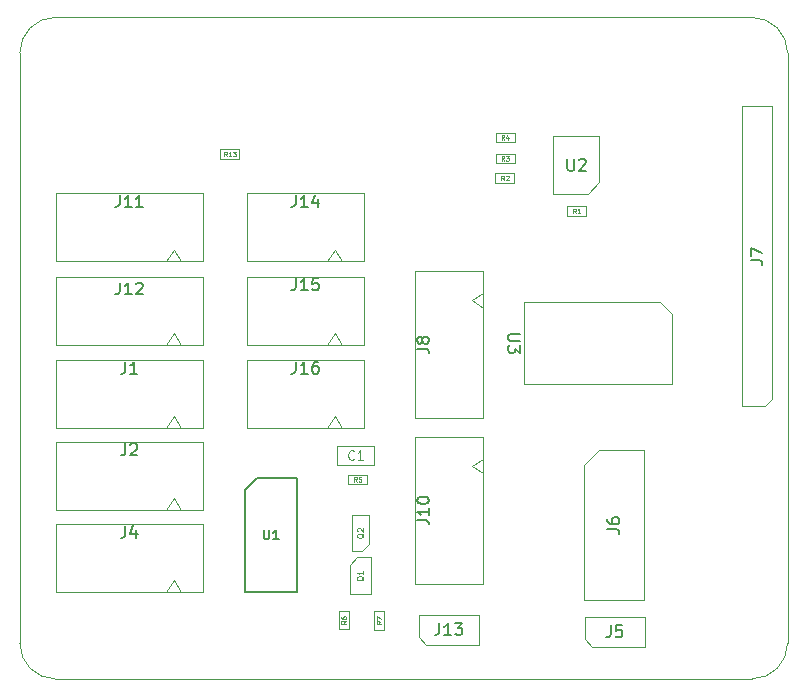
<source format=gbr>
G04 #@! TF.GenerationSoftware,KiCad,Pcbnew,(5.0.1)-3*
G04 #@! TF.CreationDate,2018-11-18T15:33:46-05:00*
G04 #@! TF.ProjectId,reef-piHat,726565662D70694861742E6B69636164,rev?*
G04 #@! TF.SameCoordinates,Original*
G04 #@! TF.FileFunction,Other,Fab,Top*
%FSLAX46Y46*%
G04 Gerber Fmt 4.6, Leading zero omitted, Abs format (unit mm)*
G04 Created by KiCad (PCBNEW (5.0.1)-3) date 11/18/2018 3:33:46 PM*
%MOMM*%
%LPD*%
G01*
G04 APERTURE LIST*
%ADD10C,0.100000*%
%ADD11C,0.150000*%
%ADD12C,0.060000*%
%ADD13C,0.120000*%
%ADD14C,0.075000*%
G04 APERTURE END LIST*
D10*
X78546356Y-63817611D02*
X78546356Y-113817611D01*
X78546356Y-63817611D02*
G75*
G02X81546356Y-60817611I3000000J0D01*
G01*
X140546356Y-60817611D02*
X81546356Y-60817611D01*
X140546356Y-60817611D02*
G75*
G02X143546356Y-63817611I0J-3000000D01*
G01*
X143546356Y-113817611D02*
X143546356Y-63817611D01*
X81546356Y-116817611D02*
G75*
G02X78546356Y-113817611I0J3000000D01*
G01*
X81546356Y-116817611D02*
X140546356Y-116817611D01*
X143546351Y-113822847D02*
G75*
G02X140546356Y-116817611I-2999995J5236D01*
G01*
G04 #@! TO.C,J15*
X105219500Y-87519500D02*
X104594500Y-88519500D01*
X105844500Y-88519500D02*
X105219500Y-87519500D01*
X97769500Y-88519500D02*
X107669500Y-88519500D01*
X97769500Y-82769500D02*
X97769500Y-88519500D01*
X107669500Y-82769500D02*
X97769500Y-82769500D01*
X107669500Y-88519500D02*
X107669500Y-82769500D01*
G04 #@! TO.C,J2*
X94017000Y-102489500D02*
X94017000Y-96739500D01*
X94017000Y-96739500D02*
X81617000Y-96739500D01*
X81617000Y-96739500D02*
X81617000Y-102489500D01*
X81617000Y-102489500D02*
X94017000Y-102489500D01*
X92192000Y-102489500D02*
X91567000Y-101489500D01*
X91567000Y-101489500D02*
X90942000Y-102489500D01*
G04 #@! TO.C,J1*
X91567000Y-94568000D02*
X90942000Y-95568000D01*
X92192000Y-95568000D02*
X91567000Y-94568000D01*
X81617000Y-95568000D02*
X94017000Y-95568000D01*
X81617000Y-89818000D02*
X81617000Y-95568000D01*
X94017000Y-89818000D02*
X81617000Y-89818000D01*
X94017000Y-95568000D02*
X94017000Y-89818000D01*
G04 #@! TO.C,J4*
X94017000Y-109474500D02*
X94017000Y-103724500D01*
X94017000Y-103724500D02*
X81617000Y-103724500D01*
X81617000Y-103724500D02*
X81617000Y-109474500D01*
X81617000Y-109474500D02*
X94017000Y-109474500D01*
X92192000Y-109474500D02*
X91567000Y-108474500D01*
X91567000Y-108474500D02*
X90942000Y-109474500D01*
G04 #@! TO.C,J8*
X117793000Y-82322500D02*
X112043000Y-82322500D01*
X112043000Y-82322500D02*
X112043000Y-94722500D01*
X112043000Y-94722500D02*
X117793000Y-94722500D01*
X117793000Y-94722500D02*
X117793000Y-82322500D01*
X117793000Y-84147500D02*
X116793000Y-84772500D01*
X116793000Y-84772500D02*
X117793000Y-85397500D01*
G04 #@! TO.C,J10*
X116793000Y-98806000D02*
X117793000Y-99431000D01*
X117793000Y-98181000D02*
X116793000Y-98806000D01*
X117793000Y-108756000D02*
X117793000Y-96356000D01*
X112043000Y-108756000D02*
X117793000Y-108756000D01*
X112043000Y-96356000D02*
X112043000Y-108756000D01*
X117793000Y-96356000D02*
X112043000Y-96356000D01*
G04 #@! TO.C,J11*
X94017000Y-81471000D02*
X94017000Y-75721000D01*
X94017000Y-75721000D02*
X81617000Y-75721000D01*
X81617000Y-75721000D02*
X81617000Y-81471000D01*
X81617000Y-81471000D02*
X94017000Y-81471000D01*
X92192000Y-81471000D02*
X91567000Y-80471000D01*
X91567000Y-80471000D02*
X90942000Y-81471000D01*
G04 #@! TO.C,J12*
X91567000Y-87519500D02*
X90942000Y-88519500D01*
X92192000Y-88519500D02*
X91567000Y-87519500D01*
X81617000Y-88519500D02*
X94017000Y-88519500D01*
X81617000Y-82769500D02*
X81617000Y-88519500D01*
X94017000Y-82769500D02*
X81617000Y-82769500D01*
X94017000Y-88519500D02*
X94017000Y-82769500D01*
G04 #@! TO.C,J13*
X112331500Y-113284000D02*
X112331500Y-111379000D01*
X112331500Y-111379000D02*
X117411500Y-111379000D01*
X117411500Y-111379000D02*
X117411500Y-113919000D01*
X117411500Y-113919000D02*
X112966500Y-113919000D01*
X112966500Y-113919000D02*
X112331500Y-113284000D01*
G04 #@! TO.C,J14*
X107669500Y-81471000D02*
X107669500Y-75721000D01*
X107669500Y-75721000D02*
X97769500Y-75721000D01*
X97769500Y-75721000D02*
X97769500Y-81471000D01*
X97769500Y-81471000D02*
X107669500Y-81471000D01*
X105844500Y-81471000D02*
X105219500Y-80471000D01*
X105219500Y-80471000D02*
X104594500Y-81471000D01*
G04 #@! TO.C,J16*
X107669500Y-95568000D02*
X107669500Y-89818000D01*
X107669500Y-89818000D02*
X97769500Y-89818000D01*
X97769500Y-89818000D02*
X97769500Y-95568000D01*
X97769500Y-95568000D02*
X107669500Y-95568000D01*
X105844500Y-95568000D02*
X105219500Y-94568000D01*
X105219500Y-94568000D02*
X104594500Y-95568000D01*
G04 #@! TO.C,R5*
X106338500Y-100349000D02*
X106338500Y-99549000D01*
X106338500Y-99549000D02*
X107938500Y-99549000D01*
X107938500Y-99549000D02*
X107938500Y-100349000D01*
X107938500Y-100349000D02*
X106338500Y-100349000D01*
G04 #@! TO.C,R13*
X97129500Y-72790000D02*
X95529500Y-72790000D01*
X97129500Y-71990000D02*
X97129500Y-72790000D01*
X95529500Y-71990000D02*
X97129500Y-71990000D01*
X95529500Y-72790000D02*
X95529500Y-71990000D01*
D11*
G04 #@! TO.C,U1*
X98622000Y-99798000D02*
X102022000Y-99798000D01*
X102022000Y-99798000D02*
X102022000Y-109498000D01*
X102022000Y-109498000D02*
X97622000Y-109498000D01*
X97622000Y-109498000D02*
X97622000Y-100798000D01*
X97622000Y-100798000D02*
X98622000Y-99798000D01*
D10*
G04 #@! TO.C,U3*
X133758000Y-85892000D02*
X133758000Y-91892000D01*
X133758000Y-91892000D02*
X121258000Y-91892000D01*
X121258000Y-91892000D02*
X121258000Y-84892000D01*
X121258000Y-84892000D02*
X132758000Y-84892000D01*
X132758000Y-84892000D02*
X133758000Y-85892000D01*
G04 #@! TO.C,C1*
X105370500Y-98717000D02*
X105370500Y-97117000D01*
X105370500Y-97117000D02*
X108570500Y-97117000D01*
X108570500Y-97117000D02*
X108570500Y-98717000D01*
X108570500Y-98717000D02*
X105370500Y-98717000D01*
G04 #@! TO.C,J7*
X141605000Y-93726000D02*
X139700000Y-93726000D01*
X139700000Y-93726000D02*
X139700000Y-68326000D01*
X139700000Y-68326000D02*
X142240000Y-68326000D01*
X142240000Y-68326000D02*
X142240000Y-93091000D01*
X142240000Y-93091000D02*
X141605000Y-93726000D01*
G04 #@! TO.C,J5*
X126365000Y-113474500D02*
X126365000Y-111569500D01*
X126365000Y-111569500D02*
X131445000Y-111569500D01*
X131445000Y-111569500D02*
X131445000Y-114109500D01*
X131445000Y-114109500D02*
X127000000Y-114109500D01*
X127000000Y-114109500D02*
X126365000Y-113474500D01*
G04 #@! TO.C,J6*
X127571500Y-97472500D02*
X131381500Y-97472500D01*
X131381500Y-97472500D02*
X131381500Y-110172500D01*
X131381500Y-110172500D02*
X126301500Y-110172500D01*
X126301500Y-110172500D02*
X126301500Y-98742500D01*
X126301500Y-98742500D02*
X127571500Y-97472500D01*
G04 #@! TO.C,Q1*
X106478500Y-107177000D02*
X107128500Y-106527000D01*
X108278500Y-106527000D02*
X107128500Y-106527000D01*
X106478500Y-107177000D02*
X106478500Y-109627000D01*
X108278500Y-109627000D02*
X106478500Y-109627000D01*
X108278500Y-106527000D02*
X108278500Y-109627000D01*
G04 #@! TO.C,Q2*
X108078500Y-105407500D02*
X108078500Y-102957500D01*
X107528500Y-105977500D02*
X106678500Y-105977500D01*
X108078500Y-105407500D02*
X107528500Y-105977500D01*
X106678500Y-105977500D02*
X106678500Y-102937500D01*
X108078500Y-102937500D02*
X106678500Y-102937500D01*
G04 #@! TO.C,U2*
X126616500Y-75792500D02*
X123716500Y-75792500D01*
X123716500Y-75792500D02*
X123716500Y-70892500D01*
X123716500Y-70892500D02*
X127616500Y-70892500D01*
X127616500Y-70892500D02*
X127616500Y-74792500D01*
X127616500Y-74792500D02*
X126616500Y-75792500D01*
G04 #@! TO.C,R1*
X124880500Y-77616000D02*
X124880500Y-76816000D01*
X124880500Y-76816000D02*
X126480500Y-76816000D01*
X126480500Y-76816000D02*
X126480500Y-77616000D01*
X126480500Y-77616000D02*
X124880500Y-77616000D01*
G04 #@! TO.C,R2*
X120420000Y-74822000D02*
X118820000Y-74822000D01*
X120420000Y-74022000D02*
X120420000Y-74822000D01*
X118820000Y-74022000D02*
X120420000Y-74022000D01*
X118820000Y-74822000D02*
X118820000Y-74022000D01*
G04 #@! TO.C,R3*
X120434000Y-73171000D02*
X118834000Y-73171000D01*
X120434000Y-72371000D02*
X120434000Y-73171000D01*
X118834000Y-72371000D02*
X120434000Y-72371000D01*
X118834000Y-73171000D02*
X118834000Y-72371000D01*
G04 #@! TO.C,R4*
X118834000Y-71393000D02*
X118834000Y-70593000D01*
X118834000Y-70593000D02*
X120434000Y-70593000D01*
X120434000Y-70593000D02*
X120434000Y-71393000D01*
X120434000Y-71393000D02*
X118834000Y-71393000D01*
G04 #@! TO.C,R6*
X105581500Y-112637500D02*
X105581500Y-111037500D01*
X106381500Y-112637500D02*
X105581500Y-112637500D01*
X106381500Y-111037500D02*
X106381500Y-112637500D01*
X105581500Y-111037500D02*
X106381500Y-111037500D01*
G04 #@! TO.C,R7*
X108566000Y-111073000D02*
X109366000Y-111073000D01*
X109366000Y-111073000D02*
X109366000Y-112673000D01*
X109366000Y-112673000D02*
X108566000Y-112673000D01*
X108566000Y-112673000D02*
X108566000Y-111073000D01*
G04 #@! TD*
G04 #@! TO.C,J15*
D11*
X101909976Y-82921880D02*
X101909976Y-83636166D01*
X101862357Y-83779023D01*
X101767119Y-83874261D01*
X101624261Y-83921880D01*
X101529023Y-83921880D01*
X102909976Y-83921880D02*
X102338547Y-83921880D01*
X102624261Y-83921880D02*
X102624261Y-82921880D01*
X102529023Y-83064738D01*
X102433785Y-83159976D01*
X102338547Y-83207595D01*
X103814738Y-82921880D02*
X103338547Y-82921880D01*
X103290928Y-83398071D01*
X103338547Y-83350452D01*
X103433785Y-83302833D01*
X103671880Y-83302833D01*
X103767119Y-83350452D01*
X103814738Y-83398071D01*
X103862357Y-83493309D01*
X103862357Y-83731404D01*
X103814738Y-83826642D01*
X103767119Y-83874261D01*
X103671880Y-83921880D01*
X103433785Y-83921880D01*
X103338547Y-83874261D01*
X103290928Y-83826642D01*
G04 #@! TO.C,J2*
X87483666Y-96891880D02*
X87483666Y-97606166D01*
X87436047Y-97749023D01*
X87340809Y-97844261D01*
X87197952Y-97891880D01*
X87102714Y-97891880D01*
X87912238Y-96987119D02*
X87959857Y-96939500D01*
X88055095Y-96891880D01*
X88293190Y-96891880D01*
X88388428Y-96939500D01*
X88436047Y-96987119D01*
X88483666Y-97082357D01*
X88483666Y-97177595D01*
X88436047Y-97320452D01*
X87864619Y-97891880D01*
X88483666Y-97891880D01*
G04 #@! TO.C,J1*
X87483666Y-89970380D02*
X87483666Y-90684666D01*
X87436047Y-90827523D01*
X87340809Y-90922761D01*
X87197952Y-90970380D01*
X87102714Y-90970380D01*
X88483666Y-90970380D02*
X87912238Y-90970380D01*
X88197952Y-90970380D02*
X88197952Y-89970380D01*
X88102714Y-90113238D01*
X88007476Y-90208476D01*
X87912238Y-90256095D01*
G04 #@! TO.C,J4*
X87483666Y-103876880D02*
X87483666Y-104591166D01*
X87436047Y-104734023D01*
X87340809Y-104829261D01*
X87197952Y-104876880D01*
X87102714Y-104876880D01*
X88388428Y-104210214D02*
X88388428Y-104876880D01*
X88150333Y-103829261D02*
X87912238Y-104543547D01*
X88531285Y-104543547D01*
G04 #@! TO.C,J8*
X112195380Y-88855833D02*
X112909666Y-88855833D01*
X113052523Y-88903452D01*
X113147761Y-88998690D01*
X113195380Y-89141547D01*
X113195380Y-89236785D01*
X112623952Y-88236785D02*
X112576333Y-88332023D01*
X112528714Y-88379642D01*
X112433476Y-88427261D01*
X112385857Y-88427261D01*
X112290619Y-88379642D01*
X112243000Y-88332023D01*
X112195380Y-88236785D01*
X112195380Y-88046309D01*
X112243000Y-87951071D01*
X112290619Y-87903452D01*
X112385857Y-87855833D01*
X112433476Y-87855833D01*
X112528714Y-87903452D01*
X112576333Y-87951071D01*
X112623952Y-88046309D01*
X112623952Y-88236785D01*
X112671571Y-88332023D01*
X112719190Y-88379642D01*
X112814428Y-88427261D01*
X113004904Y-88427261D01*
X113100142Y-88379642D01*
X113147761Y-88332023D01*
X113195380Y-88236785D01*
X113195380Y-88046309D01*
X113147761Y-87951071D01*
X113100142Y-87903452D01*
X113004904Y-87855833D01*
X112814428Y-87855833D01*
X112719190Y-87903452D01*
X112671571Y-87951071D01*
X112623952Y-88046309D01*
G04 #@! TO.C,J10*
X112195380Y-103365523D02*
X112909666Y-103365523D01*
X113052523Y-103413142D01*
X113147761Y-103508380D01*
X113195380Y-103651238D01*
X113195380Y-103746476D01*
X113195380Y-102365523D02*
X113195380Y-102936952D01*
X113195380Y-102651238D02*
X112195380Y-102651238D01*
X112338238Y-102746476D01*
X112433476Y-102841714D01*
X112481095Y-102936952D01*
X112195380Y-101746476D02*
X112195380Y-101651238D01*
X112243000Y-101556000D01*
X112290619Y-101508380D01*
X112385857Y-101460761D01*
X112576333Y-101413142D01*
X112814428Y-101413142D01*
X113004904Y-101460761D01*
X113100142Y-101508380D01*
X113147761Y-101556000D01*
X113195380Y-101651238D01*
X113195380Y-101746476D01*
X113147761Y-101841714D01*
X113100142Y-101889333D01*
X113004904Y-101936952D01*
X112814428Y-101984571D01*
X112576333Y-101984571D01*
X112385857Y-101936952D01*
X112290619Y-101889333D01*
X112243000Y-101841714D01*
X112195380Y-101746476D01*
G04 #@! TO.C,J11*
X87007476Y-75873380D02*
X87007476Y-76587666D01*
X86959857Y-76730523D01*
X86864619Y-76825761D01*
X86721761Y-76873380D01*
X86626523Y-76873380D01*
X88007476Y-76873380D02*
X87436047Y-76873380D01*
X87721761Y-76873380D02*
X87721761Y-75873380D01*
X87626523Y-76016238D01*
X87531285Y-76111476D01*
X87436047Y-76159095D01*
X88959857Y-76873380D02*
X88388428Y-76873380D01*
X88674142Y-76873380D02*
X88674142Y-75873380D01*
X88578904Y-76016238D01*
X88483666Y-76111476D01*
X88388428Y-76159095D01*
G04 #@! TO.C,J12*
X87007476Y-83272380D02*
X87007476Y-83986666D01*
X86959857Y-84129523D01*
X86864619Y-84224761D01*
X86721761Y-84272380D01*
X86626523Y-84272380D01*
X88007476Y-84272380D02*
X87436047Y-84272380D01*
X87721761Y-84272380D02*
X87721761Y-83272380D01*
X87626523Y-83415238D01*
X87531285Y-83510476D01*
X87436047Y-83558095D01*
X88388428Y-83367619D02*
X88436047Y-83320000D01*
X88531285Y-83272380D01*
X88769380Y-83272380D01*
X88864619Y-83320000D01*
X88912238Y-83367619D01*
X88959857Y-83462857D01*
X88959857Y-83558095D01*
X88912238Y-83700952D01*
X88340809Y-84272380D01*
X88959857Y-84272380D01*
G04 #@! TO.C,J13*
X114061976Y-112101380D02*
X114061976Y-112815666D01*
X114014357Y-112958523D01*
X113919119Y-113053761D01*
X113776261Y-113101380D01*
X113681023Y-113101380D01*
X115061976Y-113101380D02*
X114490547Y-113101380D01*
X114776261Y-113101380D02*
X114776261Y-112101380D01*
X114681023Y-112244238D01*
X114585785Y-112339476D01*
X114490547Y-112387095D01*
X115395309Y-112101380D02*
X116014357Y-112101380D01*
X115681023Y-112482333D01*
X115823880Y-112482333D01*
X115919119Y-112529952D01*
X115966738Y-112577571D01*
X116014357Y-112672809D01*
X116014357Y-112910904D01*
X115966738Y-113006142D01*
X115919119Y-113053761D01*
X115823880Y-113101380D01*
X115538166Y-113101380D01*
X115442928Y-113053761D01*
X115395309Y-113006142D01*
G04 #@! TO.C,J14*
X101909976Y-75873380D02*
X101909976Y-76587666D01*
X101862357Y-76730523D01*
X101767119Y-76825761D01*
X101624261Y-76873380D01*
X101529023Y-76873380D01*
X102909976Y-76873380D02*
X102338547Y-76873380D01*
X102624261Y-76873380D02*
X102624261Y-75873380D01*
X102529023Y-76016238D01*
X102433785Y-76111476D01*
X102338547Y-76159095D01*
X103767119Y-76206714D02*
X103767119Y-76873380D01*
X103529023Y-75825761D02*
X103290928Y-76540047D01*
X103909976Y-76540047D01*
G04 #@! TO.C,J16*
X101909976Y-89970380D02*
X101909976Y-90684666D01*
X101862357Y-90827523D01*
X101767119Y-90922761D01*
X101624261Y-90970380D01*
X101529023Y-90970380D01*
X102909976Y-90970380D02*
X102338547Y-90970380D01*
X102624261Y-90970380D02*
X102624261Y-89970380D01*
X102529023Y-90113238D01*
X102433785Y-90208476D01*
X102338547Y-90256095D01*
X103767119Y-89970380D02*
X103576642Y-89970380D01*
X103481404Y-90018000D01*
X103433785Y-90065619D01*
X103338547Y-90208476D01*
X103290928Y-90398952D01*
X103290928Y-90779904D01*
X103338547Y-90875142D01*
X103386166Y-90922761D01*
X103481404Y-90970380D01*
X103671880Y-90970380D01*
X103767119Y-90922761D01*
X103814738Y-90875142D01*
X103862357Y-90779904D01*
X103862357Y-90541809D01*
X103814738Y-90446571D01*
X103767119Y-90398952D01*
X103671880Y-90351333D01*
X103481404Y-90351333D01*
X103386166Y-90398952D01*
X103338547Y-90446571D01*
X103290928Y-90541809D01*
G04 #@! TO.C,R5*
D12*
X107071833Y-100129952D02*
X106938500Y-99939476D01*
X106843261Y-100129952D02*
X106843261Y-99729952D01*
X106995642Y-99729952D01*
X107033738Y-99749000D01*
X107052785Y-99768047D01*
X107071833Y-99806142D01*
X107071833Y-99863285D01*
X107052785Y-99901380D01*
X107033738Y-99920428D01*
X106995642Y-99939476D01*
X106843261Y-99939476D01*
X107433738Y-99729952D02*
X107243261Y-99729952D01*
X107224214Y-99920428D01*
X107243261Y-99901380D01*
X107281357Y-99882333D01*
X107376595Y-99882333D01*
X107414690Y-99901380D01*
X107433738Y-99920428D01*
X107452785Y-99958523D01*
X107452785Y-100053761D01*
X107433738Y-100091857D01*
X107414690Y-100110904D01*
X107376595Y-100129952D01*
X107281357Y-100129952D01*
X107243261Y-100110904D01*
X107224214Y-100091857D01*
G04 #@! TO.C,R13*
X96072357Y-72570952D02*
X95939023Y-72380476D01*
X95843785Y-72570952D02*
X95843785Y-72170952D01*
X95996166Y-72170952D01*
X96034261Y-72190000D01*
X96053309Y-72209047D01*
X96072357Y-72247142D01*
X96072357Y-72304285D01*
X96053309Y-72342380D01*
X96034261Y-72361428D01*
X95996166Y-72380476D01*
X95843785Y-72380476D01*
X96453309Y-72570952D02*
X96224738Y-72570952D01*
X96339023Y-72570952D02*
X96339023Y-72170952D01*
X96300928Y-72228095D01*
X96262833Y-72266190D01*
X96224738Y-72285238D01*
X96586642Y-72170952D02*
X96834261Y-72170952D01*
X96700928Y-72323333D01*
X96758071Y-72323333D01*
X96796166Y-72342380D01*
X96815214Y-72361428D01*
X96834261Y-72399523D01*
X96834261Y-72494761D01*
X96815214Y-72532857D01*
X96796166Y-72551904D01*
X96758071Y-72570952D01*
X96643785Y-72570952D01*
X96605690Y-72551904D01*
X96586642Y-72532857D01*
G04 #@! TO.C,U1*
D11*
X99212476Y-104209904D02*
X99212476Y-104857523D01*
X99250571Y-104933714D01*
X99288666Y-104971809D01*
X99364857Y-105009904D01*
X99517238Y-105009904D01*
X99593428Y-104971809D01*
X99631523Y-104933714D01*
X99669619Y-104857523D01*
X99669619Y-104209904D01*
X100469619Y-105009904D02*
X100012476Y-105009904D01*
X100241047Y-105009904D02*
X100241047Y-104209904D01*
X100164857Y-104324190D01*
X100088666Y-104400380D01*
X100012476Y-104438476D01*
G04 #@! TO.C,U3*
X120880119Y-87630095D02*
X120070595Y-87630095D01*
X119975357Y-87677714D01*
X119927738Y-87725333D01*
X119880119Y-87820571D01*
X119880119Y-88011047D01*
X119927738Y-88106285D01*
X119975357Y-88153904D01*
X120070595Y-88201523D01*
X120880119Y-88201523D01*
X120880119Y-88582476D02*
X120880119Y-89201523D01*
X120499166Y-88868190D01*
X120499166Y-89011047D01*
X120451547Y-89106285D01*
X120403928Y-89153904D01*
X120308690Y-89201523D01*
X120070595Y-89201523D01*
X119975357Y-89153904D01*
X119927738Y-89106285D01*
X119880119Y-89011047D01*
X119880119Y-88725333D01*
X119927738Y-88630095D01*
X119975357Y-88582476D01*
G04 #@! TO.C,C1*
D13*
X106837166Y-98202714D02*
X106799071Y-98240809D01*
X106684785Y-98278904D01*
X106608595Y-98278904D01*
X106494309Y-98240809D01*
X106418119Y-98164619D01*
X106380023Y-98088428D01*
X106341928Y-97936047D01*
X106341928Y-97821761D01*
X106380023Y-97669380D01*
X106418119Y-97593190D01*
X106494309Y-97517000D01*
X106608595Y-97478904D01*
X106684785Y-97478904D01*
X106799071Y-97517000D01*
X106837166Y-97555095D01*
X107599071Y-98278904D02*
X107141928Y-98278904D01*
X107370500Y-98278904D02*
X107370500Y-97478904D01*
X107294309Y-97593190D01*
X107218119Y-97669380D01*
X107141928Y-97707476D01*
G04 #@! TO.C,J7*
D11*
X140422380Y-81359333D02*
X141136666Y-81359333D01*
X141279523Y-81406952D01*
X141374761Y-81502190D01*
X141422380Y-81645047D01*
X141422380Y-81740285D01*
X140422380Y-80978380D02*
X140422380Y-80311714D01*
X141422380Y-80740285D01*
G04 #@! TO.C,J5*
X128571666Y-112291880D02*
X128571666Y-113006166D01*
X128524047Y-113149023D01*
X128428809Y-113244261D01*
X128285952Y-113291880D01*
X128190714Y-113291880D01*
X129524047Y-112291880D02*
X129047857Y-112291880D01*
X129000238Y-112768071D01*
X129047857Y-112720452D01*
X129143095Y-112672833D01*
X129381190Y-112672833D01*
X129476428Y-112720452D01*
X129524047Y-112768071D01*
X129571666Y-112863309D01*
X129571666Y-113101404D01*
X129524047Y-113196642D01*
X129476428Y-113244261D01*
X129381190Y-113291880D01*
X129143095Y-113291880D01*
X129047857Y-113244261D01*
X129000238Y-113196642D01*
G04 #@! TO.C,J6*
X128293880Y-104155833D02*
X129008166Y-104155833D01*
X129151023Y-104203452D01*
X129246261Y-104298690D01*
X129293880Y-104441547D01*
X129293880Y-104536785D01*
X128293880Y-103251071D02*
X128293880Y-103441547D01*
X128341500Y-103536785D01*
X128389119Y-103584404D01*
X128531976Y-103679642D01*
X128722452Y-103727261D01*
X129103404Y-103727261D01*
X129198642Y-103679642D01*
X129246261Y-103632023D01*
X129293880Y-103536785D01*
X129293880Y-103346309D01*
X129246261Y-103251071D01*
X129198642Y-103203452D01*
X129103404Y-103155833D01*
X128865309Y-103155833D01*
X128770071Y-103203452D01*
X128722452Y-103251071D01*
X128674833Y-103346309D01*
X128674833Y-103536785D01*
X128722452Y-103632023D01*
X128770071Y-103679642D01*
X128865309Y-103727261D01*
G04 #@! TO.C,Q1*
D14*
X107652309Y-108124619D02*
X107628500Y-108172238D01*
X107580880Y-108219857D01*
X107509452Y-108291285D01*
X107485642Y-108338904D01*
X107485642Y-108386523D01*
X107604690Y-108362714D02*
X107580880Y-108410333D01*
X107533261Y-108457952D01*
X107438023Y-108481761D01*
X107271357Y-108481761D01*
X107176119Y-108457952D01*
X107128500Y-108410333D01*
X107104690Y-108362714D01*
X107104690Y-108267476D01*
X107128500Y-108219857D01*
X107176119Y-108172238D01*
X107271357Y-108148428D01*
X107438023Y-108148428D01*
X107533261Y-108172238D01*
X107580880Y-108219857D01*
X107604690Y-108267476D01*
X107604690Y-108362714D01*
X107604690Y-107672238D02*
X107604690Y-107957952D01*
X107604690Y-107815095D02*
X107104690Y-107815095D01*
X107176119Y-107862714D01*
X107223738Y-107910333D01*
X107247547Y-107957952D01*
G04 #@! TO.C,Q2*
X107652309Y-104505119D02*
X107628500Y-104552738D01*
X107580880Y-104600357D01*
X107509452Y-104671785D01*
X107485642Y-104719404D01*
X107485642Y-104767023D01*
X107604690Y-104743214D02*
X107580880Y-104790833D01*
X107533261Y-104838452D01*
X107438023Y-104862261D01*
X107271357Y-104862261D01*
X107176119Y-104838452D01*
X107128500Y-104790833D01*
X107104690Y-104743214D01*
X107104690Y-104647976D01*
X107128500Y-104600357D01*
X107176119Y-104552738D01*
X107271357Y-104528928D01*
X107438023Y-104528928D01*
X107533261Y-104552738D01*
X107580880Y-104600357D01*
X107604690Y-104647976D01*
X107604690Y-104743214D01*
X107152309Y-104338452D02*
X107128500Y-104314642D01*
X107104690Y-104267023D01*
X107104690Y-104147976D01*
X107128500Y-104100357D01*
X107152309Y-104076547D01*
X107199928Y-104052738D01*
X107247547Y-104052738D01*
X107318976Y-104076547D01*
X107604690Y-104362261D01*
X107604690Y-104052738D01*
G04 #@! TO.C,U2*
D11*
X124904595Y-72794880D02*
X124904595Y-73604404D01*
X124952214Y-73699642D01*
X124999833Y-73747261D01*
X125095071Y-73794880D01*
X125285547Y-73794880D01*
X125380785Y-73747261D01*
X125428404Y-73699642D01*
X125476023Y-73604404D01*
X125476023Y-72794880D01*
X125904595Y-72890119D02*
X125952214Y-72842500D01*
X126047452Y-72794880D01*
X126285547Y-72794880D01*
X126380785Y-72842500D01*
X126428404Y-72890119D01*
X126476023Y-72985357D01*
X126476023Y-73080595D01*
X126428404Y-73223452D01*
X125856976Y-73794880D01*
X126476023Y-73794880D01*
G04 #@! TO.C,R1*
D12*
X125613833Y-77396952D02*
X125480500Y-77206476D01*
X125385261Y-77396952D02*
X125385261Y-76996952D01*
X125537642Y-76996952D01*
X125575738Y-77016000D01*
X125594785Y-77035047D01*
X125613833Y-77073142D01*
X125613833Y-77130285D01*
X125594785Y-77168380D01*
X125575738Y-77187428D01*
X125537642Y-77206476D01*
X125385261Y-77206476D01*
X125994785Y-77396952D02*
X125766214Y-77396952D01*
X125880500Y-77396952D02*
X125880500Y-76996952D01*
X125842404Y-77054095D01*
X125804309Y-77092190D01*
X125766214Y-77111238D01*
G04 #@! TO.C,R2*
X119553333Y-74602952D02*
X119420000Y-74412476D01*
X119324761Y-74602952D02*
X119324761Y-74202952D01*
X119477142Y-74202952D01*
X119515238Y-74222000D01*
X119534285Y-74241047D01*
X119553333Y-74279142D01*
X119553333Y-74336285D01*
X119534285Y-74374380D01*
X119515238Y-74393428D01*
X119477142Y-74412476D01*
X119324761Y-74412476D01*
X119705714Y-74241047D02*
X119724761Y-74222000D01*
X119762857Y-74202952D01*
X119858095Y-74202952D01*
X119896190Y-74222000D01*
X119915238Y-74241047D01*
X119934285Y-74279142D01*
X119934285Y-74317238D01*
X119915238Y-74374380D01*
X119686666Y-74602952D01*
X119934285Y-74602952D01*
G04 #@! TO.C,R3*
X119567333Y-72951952D02*
X119434000Y-72761476D01*
X119338761Y-72951952D02*
X119338761Y-72551952D01*
X119491142Y-72551952D01*
X119529238Y-72571000D01*
X119548285Y-72590047D01*
X119567333Y-72628142D01*
X119567333Y-72685285D01*
X119548285Y-72723380D01*
X119529238Y-72742428D01*
X119491142Y-72761476D01*
X119338761Y-72761476D01*
X119700666Y-72551952D02*
X119948285Y-72551952D01*
X119814952Y-72704333D01*
X119872095Y-72704333D01*
X119910190Y-72723380D01*
X119929238Y-72742428D01*
X119948285Y-72780523D01*
X119948285Y-72875761D01*
X119929238Y-72913857D01*
X119910190Y-72932904D01*
X119872095Y-72951952D01*
X119757809Y-72951952D01*
X119719714Y-72932904D01*
X119700666Y-72913857D01*
G04 #@! TO.C,R4*
X119567333Y-71173952D02*
X119434000Y-70983476D01*
X119338761Y-71173952D02*
X119338761Y-70773952D01*
X119491142Y-70773952D01*
X119529238Y-70793000D01*
X119548285Y-70812047D01*
X119567333Y-70850142D01*
X119567333Y-70907285D01*
X119548285Y-70945380D01*
X119529238Y-70964428D01*
X119491142Y-70983476D01*
X119338761Y-70983476D01*
X119910190Y-70907285D02*
X119910190Y-71173952D01*
X119814952Y-70754904D02*
X119719714Y-71040619D01*
X119967333Y-71040619D01*
G04 #@! TO.C,R6*
X106162452Y-111904166D02*
X105971976Y-112037500D01*
X106162452Y-112132738D02*
X105762452Y-112132738D01*
X105762452Y-111980357D01*
X105781500Y-111942261D01*
X105800547Y-111923214D01*
X105838642Y-111904166D01*
X105895785Y-111904166D01*
X105933880Y-111923214D01*
X105952928Y-111942261D01*
X105971976Y-111980357D01*
X105971976Y-112132738D01*
X105762452Y-111561309D02*
X105762452Y-111637500D01*
X105781500Y-111675595D01*
X105800547Y-111694642D01*
X105857690Y-111732738D01*
X105933880Y-111751785D01*
X106086261Y-111751785D01*
X106124357Y-111732738D01*
X106143404Y-111713690D01*
X106162452Y-111675595D01*
X106162452Y-111599404D01*
X106143404Y-111561309D01*
X106124357Y-111542261D01*
X106086261Y-111523214D01*
X105991023Y-111523214D01*
X105952928Y-111542261D01*
X105933880Y-111561309D01*
X105914833Y-111599404D01*
X105914833Y-111675595D01*
X105933880Y-111713690D01*
X105952928Y-111732738D01*
X105991023Y-111751785D01*
G04 #@! TO.C,R7*
X109146952Y-111939666D02*
X108956476Y-112073000D01*
X109146952Y-112168238D02*
X108746952Y-112168238D01*
X108746952Y-112015857D01*
X108766000Y-111977761D01*
X108785047Y-111958714D01*
X108823142Y-111939666D01*
X108880285Y-111939666D01*
X108918380Y-111958714D01*
X108937428Y-111977761D01*
X108956476Y-112015857D01*
X108956476Y-112168238D01*
X108746952Y-111806333D02*
X108746952Y-111539666D01*
X109146952Y-111711095D01*
G04 #@! TD*
M02*

</source>
